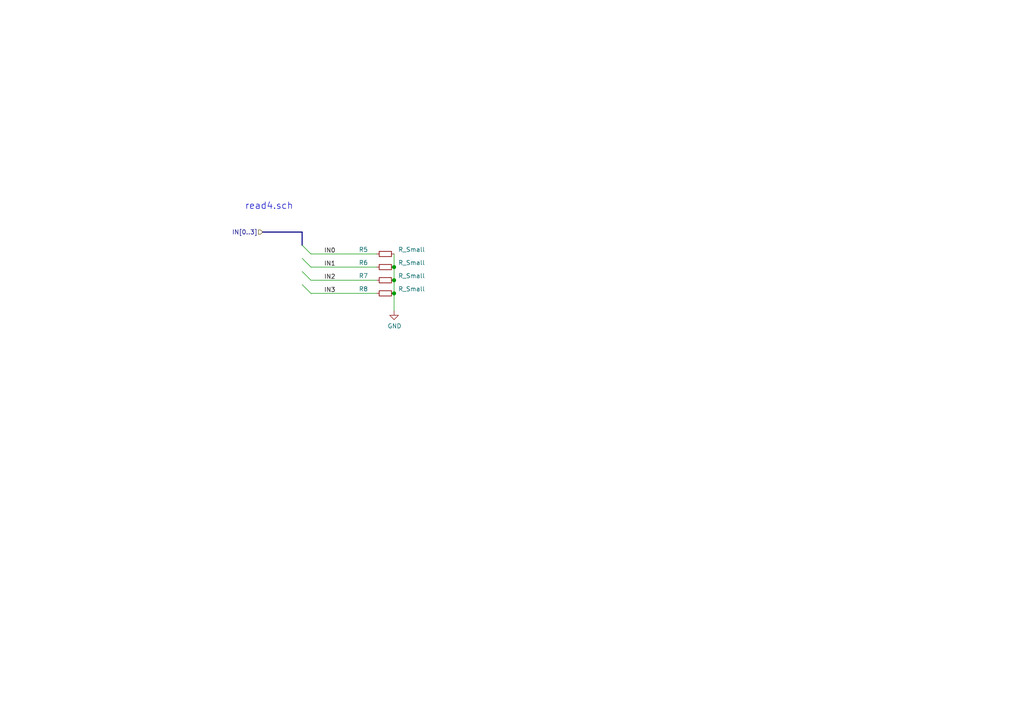
<source format=kicad_sch>
(kicad_sch (version 20210621) (generator eeschema)
  (paper "A4")
  (lib_symbols
    (symbol "Device:R_Small" (pin_numbers hide) (pin_names (offset 0.254) hide)
      (property "Reference" "R" (at 0.762 0.508 0))
      (property "Value" "R_Small" (at 0.762 -1.016 0))
      (symbol "R_Small_0_1"
        (rectangle (start -0.762 1.778) (end 0.762 -1.778) (stroke (width 0.2032)))
      )
      (symbol "R_Small_1_1"
        (pin passive line (at 0 2.54 270) (length 0.762) (name "~") (number "1"))
        (pin passive line (at 0 -2.54 90) (length 0.762) (name "~") (number "2"))
      )
    )
    (symbol "power:GND" (power) (pin_names (offset 0))
      (property "Value" "GND" (at 0 -3.81 0))
      (symbol "GND_0_1"
        (polyline (pts (xy 0 0) (xy 0 -1.27) (xy 1.27 -1.27) (xy 0 -2.54) (xy -1.27 -1.27) (xy 0 -1.27)))
      )
      (symbol "GND_1_1"
        (pin power_in line (at 0 0 270) (length 0) hide (name "GND") (number "1"))
      )
    )
  )
  (junction (at 114.3 77.47) (diameter 1.016))
  (junction (at 114.3 81.28) (diameter 1.016))
  (junction (at 114.3 85.09) (diameter 1.016))
  (bus_entry (at 87.63 71.12) (size 2.54 2.54))
  (bus_entry (at 87.63 74.93) (size 2.54 2.54))
  (bus_entry (at 87.63 78.74) (size 2.54 2.54))
  (bus_entry (at 87.63 82.55) (size 2.54 2.54))
  (wire (pts (xy 90.17 73.66) (xy 109.22 73.66)))
  (wire (pts (xy 90.17 77.47) (xy 109.22 77.47)))
  (wire (pts (xy 90.17 81.28) (xy 109.22 81.28)))
  (wire (pts (xy 90.17 85.09) (xy 109.22 85.09)))
  (wire (pts (xy 114.3 73.66) (xy 114.3 77.47)))
  (wire (pts (xy 114.3 77.47) (xy 114.3 81.28)))
  (wire (pts (xy 114.3 81.28) (xy 114.3 85.09)))
  (wire (pts (xy 114.3 85.09) (xy 114.3 90.17)))
  (bus (pts (xy 76.2 67.31) (xy 87.63 67.31)))
  (bus (pts (xy 87.63 67.31) (xy 87.63 90.17)))
  (text "read4.sch\n" (at 85.09 60.96 180) (effects (font (size 1.905 1.905)) (justify right bottom)))
  (label "IN0" (at 93.98 73.66 0))
  (label "IN1" (at 93.98 77.47 0))
  (label "IN2" (at 93.98 81.28 0))
  (label "IN3" (at 93.98 85.09 0))
  (hierarchical_label "IN[0..3]" (shape input) (at 76.2 67.31 180))
  (symbol (lib_id "power:GND") (at 114.3 90.17 0)
    (property "Reference" "#PWR0102" (effects hide))
    (property "Value" "GND" (at 114.427 94.5642 0))
  )
  (symbol (lib_id "Device:R_Small") (at 111.76 73.66 270)
    (property "Reference" "R5" (at 105.41 72.39 90))
    (property "Value" "R_Small" (at 119.38 72.39 90))
  )
  (symbol (lib_id "Device:R_Small") (at 111.76 77.47 270)
    (property "Reference" "R6" (at 105.41 76.2 90))
    (property "Value" "R_Small" (at 119.38 76.2 90))
  )
  (symbol (lib_id "Device:R_Small") (at 111.76 81.28 270)
    (property "Reference" "R7" (at 105.41 80.01 90))
    (property "Value" "R_Small" (at 119.38 80.01 90))
  )
  (symbol (lib_id "Device:R_Small") (at 111.76 85.09 270)
    (property "Reference" "R8" (at 105.41 83.82 90))
    (property "Value" "R_Small" (at 119.38 83.82 90))
  )
)
</source>
